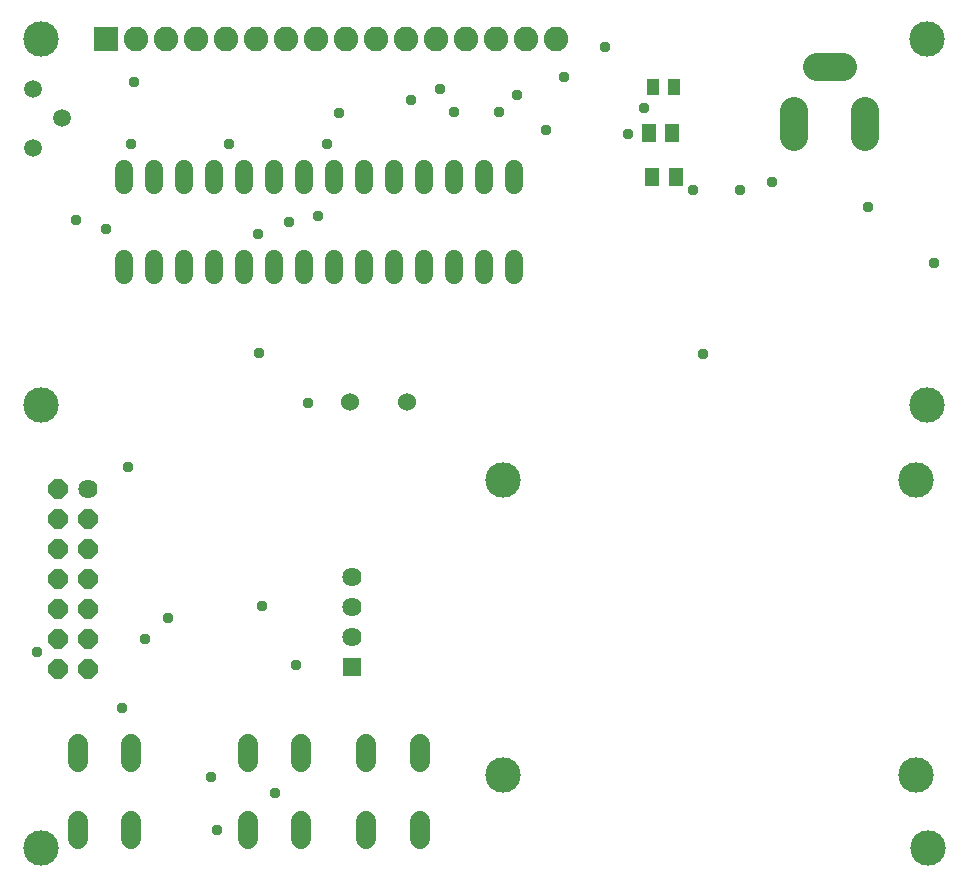
<source format=gbr>
G04 EAGLE Gerber RS-274X export*
G75*
%MOMM*%
%FSLAX34Y34*%
%LPD*%
%INSoldermask Bottom*%
%IPPOS*%
%AMOC8*
5,1,8,0,0,1.08239X$1,22.5*%
G01*
%ADD10C,3.003200*%
%ADD11R,1.003200X1.403200*%
%ADD12C,1.524000*%
%ADD13R,1.303200X1.603200*%
%ADD14R,2.082800X2.082800*%
%ADD15C,2.082800*%
%ADD16C,1.524000*%
%ADD17C,1.727200*%
%ADD18C,1.511200*%
%ADD19C,1.625600*%
%ADD20P,1.759533X8X292.500000*%
%ADD21C,2.387600*%
%ADD22R,1.625600X1.625600*%
%ADD23C,0.959600*%


D10*
X222000Y92000D03*
X973000Y92000D03*
D11*
X740300Y736600D03*
X758300Y736600D03*
D12*
X292100Y590804D02*
X292100Y577596D01*
X317500Y577596D02*
X317500Y590804D01*
X342900Y590804D02*
X342900Y577596D01*
X368300Y577596D02*
X368300Y590804D01*
X393700Y590804D02*
X393700Y577596D01*
X419100Y577596D02*
X419100Y590804D01*
X444500Y590804D02*
X444500Y577596D01*
X469900Y577596D02*
X469900Y590804D01*
X495300Y590804D02*
X495300Y577596D01*
X520700Y577596D02*
X520700Y590804D01*
X546100Y590804D02*
X546100Y577596D01*
X571500Y577596D02*
X571500Y590804D01*
X596900Y590804D02*
X596900Y577596D01*
X622300Y577596D02*
X622300Y590804D01*
X622300Y653796D02*
X622300Y667004D01*
X596900Y667004D02*
X596900Y653796D01*
X571500Y653796D02*
X571500Y667004D01*
X546100Y667004D02*
X546100Y653796D01*
X520700Y653796D02*
X520700Y667004D01*
X495300Y667004D02*
X495300Y653796D01*
X469900Y653796D02*
X469900Y667004D01*
X444500Y667004D02*
X444500Y653796D01*
X419100Y653796D02*
X419100Y667004D01*
X393700Y667004D02*
X393700Y653796D01*
X368300Y653796D02*
X368300Y667004D01*
X342900Y667004D02*
X342900Y653796D01*
X317500Y653796D02*
X317500Y667004D01*
X292100Y667004D02*
X292100Y653796D01*
D13*
X759300Y660400D03*
X739300Y660400D03*
D14*
X276900Y777300D03*
D15*
X302300Y777300D03*
X327700Y777300D03*
X353100Y777300D03*
X378500Y777300D03*
X403900Y777300D03*
X429300Y777300D03*
X454700Y777300D03*
X480100Y777300D03*
X505500Y777300D03*
X530900Y777300D03*
X556300Y777300D03*
X581700Y777300D03*
X607100Y777300D03*
X632500Y777300D03*
X657900Y777300D03*
D10*
X221900Y777300D03*
X221900Y467300D03*
X971900Y777300D03*
X971900Y467300D03*
D16*
X532130Y469900D03*
X483870Y469900D03*
D13*
X736700Y697500D03*
X756700Y697500D03*
D17*
X397394Y115108D02*
X397394Y99868D01*
X442606Y99868D02*
X442606Y115108D01*
X397394Y164892D02*
X397394Y180132D01*
X442606Y180132D02*
X442606Y164892D01*
X542606Y164892D02*
X542606Y180132D01*
X497394Y180132D02*
X497394Y164892D01*
X542606Y115108D02*
X542606Y99868D01*
X497394Y99868D02*
X497394Y115108D01*
X298606Y164892D02*
X298606Y180132D01*
X253394Y180132D02*
X253394Y164892D01*
X298606Y115108D02*
X298606Y99868D01*
X253394Y99868D02*
X253394Y115108D01*
D18*
X215000Y735000D03*
X215000Y685000D03*
X240000Y710000D03*
D19*
X261700Y396200D03*
D20*
X236300Y396200D03*
X261700Y370800D03*
X236300Y370800D03*
X261700Y345400D03*
X236300Y345400D03*
X261700Y320000D03*
X236300Y320000D03*
X261700Y294600D03*
X236300Y294600D03*
X261700Y269200D03*
X236300Y269200D03*
X261700Y243800D03*
X236300Y243800D03*
D21*
X879078Y753000D02*
X900922Y753000D01*
X920000Y715922D02*
X920000Y694078D01*
X860000Y694078D02*
X860000Y715922D01*
D19*
X485100Y270900D03*
X485100Y296300D03*
X485100Y321700D03*
D10*
X963000Y154000D03*
X963000Y404000D03*
X613000Y404000D03*
X613000Y154000D03*
D22*
X485100Y245500D03*
D23*
X732900Y718900D03*
X922100Y635000D03*
X700000Y770000D03*
X438000Y247000D03*
X310000Y269000D03*
X978000Y587000D03*
X774000Y649000D03*
X814000Y649000D03*
X782500Y510000D03*
X330000Y287000D03*
X650000Y700000D03*
X535000Y725000D03*
X625000Y730000D03*
X560000Y735000D03*
X571500Y715000D03*
X610000Y715000D03*
X474000Y714000D03*
X277000Y616500D03*
X457000Y627000D03*
X252000Y623500D03*
X464000Y688000D03*
X381000Y688000D03*
X298000Y688000D03*
X665000Y745000D03*
X301000Y741000D03*
X719000Y697000D03*
X432000Y622000D03*
X409000Y297000D03*
X841000Y656000D03*
X448000Y469000D03*
X296000Y415000D03*
X219000Y258000D03*
X291000Y211000D03*
X366000Y152000D03*
X407000Y511000D03*
X406000Y612000D03*
X420000Y139000D03*
X371000Y107000D03*
M02*

</source>
